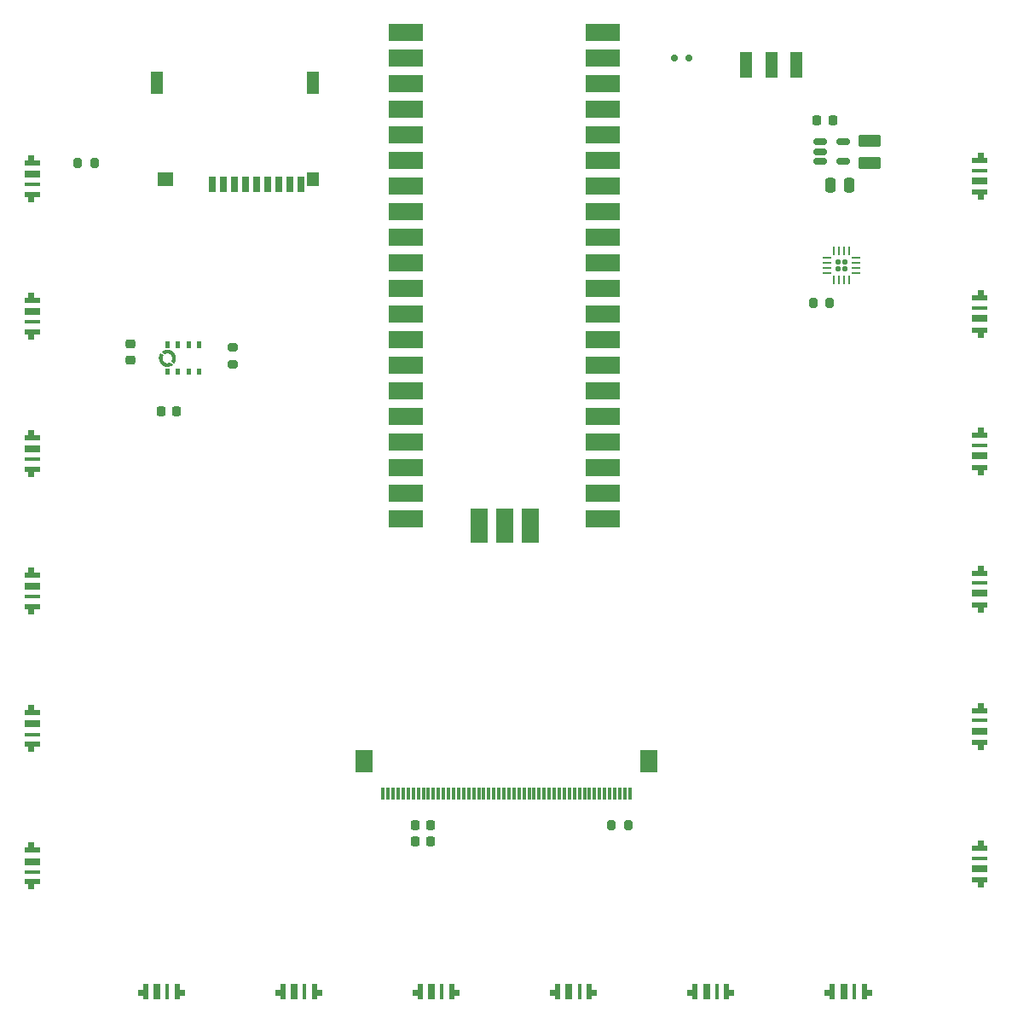
<source format=gbr>
%TF.GenerationSoftware,KiCad,Pcbnew,8.0.3*%
%TF.CreationDate,2024-07-01T01:23:48-06:00*%
%TF.ProjectId,dc32,64633332-2e6b-4696-9361-645f70636258,1.0*%
%TF.SameCoordinates,PX7bb10a0PY836a940*%
%TF.FileFunction,Paste,Top*%
%TF.FilePolarity,Positive*%
%FSLAX46Y46*%
G04 Gerber Fmt 4.6, Leading zero omitted, Abs format (unit mm)*
G04 Created by KiCad (PCBNEW 8.0.3) date 2024-07-01 01:23:48*
%MOMM*%
%LPD*%
G01*
G04 APERTURE LIST*
G04 Aperture macros list*
%AMRoundRect*
0 Rectangle with rounded corners*
0 $1 Rounding radius*
0 $2 $3 $4 $5 $6 $7 $8 $9 X,Y pos of 4 corners*
0 Add a 4 corners polygon primitive as box body*
4,1,4,$2,$3,$4,$5,$6,$7,$8,$9,$2,$3,0*
0 Add four circle primitives for the rounded corners*
1,1,$1+$1,$2,$3*
1,1,$1+$1,$4,$5*
1,1,$1+$1,$6,$7*
1,1,$1+$1,$8,$9*
0 Add four rect primitives between the rounded corners*
20,1,$1+$1,$2,$3,$4,$5,0*
20,1,$1+$1,$4,$5,$6,$7,0*
20,1,$1+$1,$6,$7,$8,$9,0*
20,1,$1+$1,$8,$9,$2,$3,0*%
%AMFreePoly0*
4,1,9,0.275000,-0.800000,-0.275000,-0.800000,-0.275000,-0.400000,-0.725000,-0.400000,-0.725000,0.150000,-0.275000,0.150000,-0.275000,0.800000,0.275000,0.800000,0.275000,-0.800000,0.275000,-0.800000,$1*%
%AMFreePoly1*
4,1,9,0.275000,0.150000,0.725000,0.150000,0.725000,-0.400000,0.275000,-0.400000,0.275000,-0.800000,-0.275000,-0.800000,-0.275000,0.800000,0.275000,0.800000,0.275000,0.150000,0.275000,0.150000,$1*%
G04 Aperture macros list end*
%ADD10C,0.010000*%
%ADD11R,3.500000X1.700000*%
%ADD12R,1.700000X3.500000*%
%ADD13FreePoly0,90.000000*%
%ADD14R,1.600000X0.700000*%
%ADD15R,1.600000X0.450000*%
%ADD16FreePoly1,90.000000*%
%ADD17RoundRect,0.225000X-0.225000X-0.250000X0.225000X-0.250000X0.225000X0.250000X-0.225000X0.250000X0*%
%ADD18R,0.700000X1.600000*%
%ADD19R,1.200000X1.400000*%
%ADD20R,1.200000X2.200000*%
%ADD21R,1.600000X1.400000*%
%ADD22RoundRect,0.150000X0.150000X0.200000X-0.150000X0.200000X-0.150000X-0.200000X0.150000X-0.200000X0*%
%ADD23RoundRect,0.250000X0.250000X0.475000X-0.250000X0.475000X-0.250000X-0.475000X0.250000X-0.475000X0*%
%ADD24FreePoly0,0.000000*%
%ADD25R,0.450000X1.600000*%
%ADD26FreePoly1,0.000000*%
%ADD27R,0.300000X1.300000*%
%ADD28R,1.800000X2.200000*%
%ADD29RoundRect,0.200000X-0.275000X0.200000X-0.275000X-0.200000X0.275000X-0.200000X0.275000X0.200000X0*%
%ADD30FreePoly0,270.000000*%
%ADD31FreePoly1,270.000000*%
%ADD32R,1.250000X2.500000*%
%ADD33RoundRect,0.200000X-0.200000X-0.275000X0.200000X-0.275000X0.200000X0.275000X-0.200000X0.275000X0*%
%ADD34RoundRect,0.250000X-0.850000X0.375000X-0.850000X-0.375000X0.850000X-0.375000X0.850000X0.375000X0*%
%ADD35RoundRect,0.200000X0.200000X0.275000X-0.200000X0.275000X-0.200000X-0.275000X0.200000X-0.275000X0*%
%ADD36RoundRect,0.150000X-0.512500X-0.150000X0.512500X-0.150000X0.512500X0.150000X-0.512500X0.150000X0*%
%ADD37RoundRect,0.125000X-0.125000X-0.125000X0.125000X-0.125000X0.125000X0.125000X-0.125000X0.125000X0*%
%ADD38RoundRect,0.062500X-0.350000X-0.062500X0.350000X-0.062500X0.350000X0.062500X-0.350000X0.062500X0*%
%ADD39RoundRect,0.062500X-0.062500X-0.350000X0.062500X-0.350000X0.062500X0.350000X-0.062500X0.350000X0*%
%ADD40RoundRect,0.225000X0.250000X-0.225000X0.250000X0.225000X-0.250000X0.225000X-0.250000X-0.225000X0*%
G04 APERTURE END LIST*
D10*
%TO.C,U2*%
X16575000Y66925000D02*
X16225000Y66925000D01*
X16225000Y67475000D01*
X16575000Y67475000D01*
X16575000Y66925000D01*
G36*
X16575000Y66925000D02*
G01*
X16225000Y66925000D01*
X16225000Y67475000D01*
X16575000Y67475000D01*
X16575000Y66925000D01*
G37*
X16575000Y64265000D02*
X16225000Y64265000D01*
X16225000Y64815000D01*
X16575000Y64815000D01*
X16575000Y64265000D01*
G36*
X16575000Y64265000D02*
G01*
X16225000Y64265000D01*
X16225000Y64815000D01*
X16575000Y64815000D01*
X16575000Y64265000D01*
G37*
X17625000Y66925000D02*
X17275000Y66925000D01*
X17275000Y67475000D01*
X17625000Y67475000D01*
X17625000Y66925000D01*
G36*
X17625000Y66925000D02*
G01*
X17275000Y66925000D01*
X17275000Y67475000D01*
X17625000Y67475000D01*
X17625000Y66925000D01*
G37*
X17625000Y64265000D02*
X17275000Y64265000D01*
X17275000Y64815000D01*
X17625000Y64815000D01*
X17625000Y64265000D01*
G36*
X17625000Y64265000D02*
G01*
X17275000Y64265000D01*
X17275000Y64815000D01*
X17625000Y64815000D01*
X17625000Y64265000D01*
G37*
X18675000Y66925000D02*
X18325000Y66925000D01*
X18325000Y67475000D01*
X18675000Y67475000D01*
X18675000Y66925000D01*
G36*
X18675000Y66925000D02*
G01*
X18325000Y66925000D01*
X18325000Y67475000D01*
X18675000Y67475000D01*
X18675000Y66925000D01*
G37*
X18675000Y64265000D02*
X18325000Y64265000D01*
X18325000Y64815000D01*
X18675000Y64815000D01*
X18675000Y64265000D01*
G36*
X18675000Y64265000D02*
G01*
X18325000Y64265000D01*
X18325000Y64815000D01*
X18675000Y64815000D01*
X18675000Y64265000D01*
G37*
X19725000Y66925000D02*
X19375000Y66925000D01*
X19375000Y67475000D01*
X19725000Y67475000D01*
X19725000Y66925000D01*
G36*
X19725000Y66925000D02*
G01*
X19375000Y66925000D01*
X19375000Y67475000D01*
X19725000Y67475000D01*
X19725000Y66925000D01*
G37*
X19725000Y64265000D02*
X19375000Y64265000D01*
X19375000Y64815000D01*
X19725000Y64815000D01*
X19725000Y64265000D01*
G36*
X19725000Y64265000D02*
G01*
X19375000Y64265000D01*
X19375000Y64815000D01*
X19725000Y64815000D01*
X19725000Y64265000D01*
G37*
X15955000Y66164000D02*
X15944000Y66147000D01*
X15931000Y66127000D01*
X15920000Y66105000D01*
X15910000Y66084000D01*
X15900000Y66061000D01*
X15892000Y66039000D01*
X15884000Y66016000D01*
X15878000Y65992000D01*
X15873000Y65969000D01*
X15869000Y65945000D01*
X15866000Y65921000D01*
X15864000Y65897000D01*
X15863000Y65872000D01*
X15864000Y65848000D01*
X15865000Y65824000D01*
X15868000Y65800000D01*
X15872000Y65776000D01*
X15877000Y65753000D01*
X15883000Y65729000D01*
X15890000Y65706000D01*
X15898000Y65683000D01*
X15907000Y65661000D01*
X15917000Y65639000D01*
X15929000Y65617000D01*
X15941000Y65597000D01*
X15954000Y65576000D01*
X15968000Y65557000D01*
X15983000Y65538000D01*
X15999000Y65519000D01*
X16019000Y65499000D01*
X16018770Y65498772D01*
X16039000Y65479000D01*
X16058000Y65463000D01*
X16077000Y65448000D01*
X16096000Y65434000D01*
X16117000Y65421000D01*
X16137000Y65409000D01*
X16159000Y65397000D01*
X16181000Y65387000D01*
X16203000Y65378000D01*
X16226000Y65370000D01*
X16249000Y65363000D01*
X16273000Y65357000D01*
X16296000Y65352000D01*
X16320000Y65348000D01*
X16344000Y65345000D01*
X16368000Y65344000D01*
X16392000Y65343000D01*
X16417000Y65344000D01*
X16441000Y65346000D01*
X16465000Y65349000D01*
X16489000Y65353000D01*
X16512000Y65358000D01*
X16536000Y65364000D01*
X16559000Y65372000D01*
X16581000Y65380000D01*
X16604000Y65390000D01*
X16625000Y65400000D01*
X16647000Y65411000D01*
X16667000Y65424000D01*
X16684000Y65435000D01*
X16881000Y65238000D01*
X16851000Y65216000D01*
X16819000Y65194000D01*
X16786000Y65174000D01*
X16752000Y65156000D01*
X16717000Y65139000D01*
X16681000Y65125000D01*
X16645000Y65111000D01*
X16608000Y65100000D01*
X16571000Y65090000D01*
X16533000Y65082000D01*
X16495000Y65076000D01*
X16457000Y65072000D01*
X16418000Y65070000D01*
X16380000Y65070000D01*
X16341000Y65071000D01*
X16303000Y65074000D01*
X16265000Y65079000D01*
X16227000Y65086000D01*
X16189000Y65095000D01*
X16152000Y65106000D01*
X16115000Y65118000D01*
X16080000Y65132000D01*
X16044000Y65148000D01*
X16010000Y65166000D01*
X15977000Y65185000D01*
X15944000Y65206000D01*
X15913000Y65228000D01*
X15882000Y65252000D01*
X15853000Y65277000D01*
X15824000Y65304000D01*
X15797000Y65333000D01*
X15772000Y65362000D01*
X15748000Y65393000D01*
X15726000Y65424000D01*
X15705000Y65457000D01*
X15686000Y65490000D01*
X15668000Y65524000D01*
X15652000Y65560000D01*
X15638000Y65595000D01*
X15626000Y65632000D01*
X15615000Y65669000D01*
X15606000Y65707000D01*
X15599000Y65745000D01*
X15594000Y65783000D01*
X15591000Y65821000D01*
X15590000Y65860000D01*
X15590000Y65898000D01*
X15592000Y65937000D01*
X15596000Y65975000D01*
X15602000Y66013000D01*
X15610000Y66051000D01*
X15620000Y66088000D01*
X15631000Y66125000D01*
X15645000Y66161000D01*
X15659000Y66197000D01*
X15676000Y66232000D01*
X15694000Y66266000D01*
X15714000Y66299000D01*
X15736000Y66331000D01*
X15758000Y66361000D01*
X15955000Y66164000D01*
G36*
X15955000Y66164000D02*
G01*
X15944000Y66147000D01*
X15931000Y66127000D01*
X15920000Y66105000D01*
X15910000Y66084000D01*
X15900000Y66061000D01*
X15892000Y66039000D01*
X15884000Y66016000D01*
X15878000Y65992000D01*
X15873000Y65969000D01*
X15869000Y65945000D01*
X15866000Y65921000D01*
X15864000Y65897000D01*
X15863000Y65872000D01*
X15864000Y65848000D01*
X15865000Y65824000D01*
X15868000Y65800000D01*
X15872000Y65776000D01*
X15877000Y65753000D01*
X15883000Y65729000D01*
X15890000Y65706000D01*
X15898000Y65683000D01*
X15907000Y65661000D01*
X15917000Y65639000D01*
X15929000Y65617000D01*
X15941000Y65597000D01*
X15954000Y65576000D01*
X15968000Y65557000D01*
X15983000Y65538000D01*
X15999000Y65519000D01*
X16019000Y65499000D01*
X16018770Y65498772D01*
X16039000Y65479000D01*
X16058000Y65463000D01*
X16077000Y65448000D01*
X16096000Y65434000D01*
X16117000Y65421000D01*
X16137000Y65409000D01*
X16159000Y65397000D01*
X16181000Y65387000D01*
X16203000Y65378000D01*
X16226000Y65370000D01*
X16249000Y65363000D01*
X16273000Y65357000D01*
X16296000Y65352000D01*
X16320000Y65348000D01*
X16344000Y65345000D01*
X16368000Y65344000D01*
X16392000Y65343000D01*
X16417000Y65344000D01*
X16441000Y65346000D01*
X16465000Y65349000D01*
X16489000Y65353000D01*
X16512000Y65358000D01*
X16536000Y65364000D01*
X16559000Y65372000D01*
X16581000Y65380000D01*
X16604000Y65390000D01*
X16625000Y65400000D01*
X16647000Y65411000D01*
X16667000Y65424000D01*
X16684000Y65435000D01*
X16881000Y65238000D01*
X16851000Y65216000D01*
X16819000Y65194000D01*
X16786000Y65174000D01*
X16752000Y65156000D01*
X16717000Y65139000D01*
X16681000Y65125000D01*
X16645000Y65111000D01*
X16608000Y65100000D01*
X16571000Y65090000D01*
X16533000Y65082000D01*
X16495000Y65076000D01*
X16457000Y65072000D01*
X16418000Y65070000D01*
X16380000Y65070000D01*
X16341000Y65071000D01*
X16303000Y65074000D01*
X16265000Y65079000D01*
X16227000Y65086000D01*
X16189000Y65095000D01*
X16152000Y65106000D01*
X16115000Y65118000D01*
X16080000Y65132000D01*
X16044000Y65148000D01*
X16010000Y65166000D01*
X15977000Y65185000D01*
X15944000Y65206000D01*
X15913000Y65228000D01*
X15882000Y65252000D01*
X15853000Y65277000D01*
X15824000Y65304000D01*
X15797000Y65333000D01*
X15772000Y65362000D01*
X15748000Y65393000D01*
X15726000Y65424000D01*
X15705000Y65457000D01*
X15686000Y65490000D01*
X15668000Y65524000D01*
X15652000Y65560000D01*
X15638000Y65595000D01*
X15626000Y65632000D01*
X15615000Y65669000D01*
X15606000Y65707000D01*
X15599000Y65745000D01*
X15594000Y65783000D01*
X15591000Y65821000D01*
X15590000Y65860000D01*
X15590000Y65898000D01*
X15592000Y65937000D01*
X15596000Y65975000D01*
X15602000Y66013000D01*
X15610000Y66051000D01*
X15620000Y66088000D01*
X15631000Y66125000D01*
X15645000Y66161000D01*
X15659000Y66197000D01*
X15676000Y66232000D01*
X15694000Y66266000D01*
X15714000Y66299000D01*
X15736000Y66331000D01*
X15758000Y66361000D01*
X15955000Y66164000D01*
G37*
X16439000Y66669000D02*
X16477000Y66666000D01*
X16515000Y66661000D01*
X16553000Y66654000D01*
X16591000Y66645000D01*
X16628000Y66634000D01*
X16665000Y66622000D01*
X16700000Y66608000D01*
X16736000Y66592000D01*
X16770000Y66574000D01*
X16803000Y66555000D01*
X16836000Y66534000D01*
X16867000Y66512000D01*
X16898000Y66488000D01*
X16927000Y66463000D01*
X16956000Y66436000D01*
X16983000Y66407000D01*
X17008000Y66378000D01*
X17032000Y66347000D01*
X17054000Y66316000D01*
X17075000Y66283000D01*
X17094000Y66250000D01*
X17112000Y66216000D01*
X17128000Y66180000D01*
X17142000Y66145000D01*
X17154000Y66108000D01*
X17165000Y66071000D01*
X17174000Y66033000D01*
X17181000Y65995000D01*
X17186000Y65957000D01*
X17189000Y65919000D01*
X17190000Y65880000D01*
X17190000Y65842000D01*
X17188000Y65803000D01*
X17184000Y65765000D01*
X17178000Y65727000D01*
X17170000Y65689000D01*
X17160000Y65652000D01*
X17149000Y65615000D01*
X17135000Y65579000D01*
X17121000Y65543000D01*
X17104000Y65508000D01*
X17086000Y65474000D01*
X17066000Y65441000D01*
X17044000Y65409000D01*
X17022000Y65379000D01*
X16825000Y65576000D01*
X16836000Y65593000D01*
X16849000Y65613000D01*
X16860000Y65635000D01*
X16870000Y65656000D01*
X16880000Y65679000D01*
X16888000Y65701000D01*
X16896000Y65724000D01*
X16902000Y65748000D01*
X16907000Y65771000D01*
X16911000Y65795000D01*
X16914000Y65819000D01*
X16916000Y65843000D01*
X16917000Y65868000D01*
X16916000Y65892000D01*
X16915000Y65916000D01*
X16912000Y65940000D01*
X16908000Y65964000D01*
X16903000Y65987000D01*
X16897000Y66011000D01*
X16890000Y66034000D01*
X16882000Y66057000D01*
X16873000Y66079000D01*
X16863000Y66101000D01*
X16851000Y66123000D01*
X16839000Y66143000D01*
X16826000Y66164000D01*
X16812000Y66183000D01*
X16797000Y66202000D01*
X16781000Y66221000D01*
X16761000Y66241000D01*
X16761228Y66241228D01*
X16741000Y66261000D01*
X16722000Y66277000D01*
X16703000Y66292000D01*
X16684000Y66306000D01*
X16663000Y66319000D01*
X16643000Y66331000D01*
X16621000Y66343000D01*
X16599000Y66353000D01*
X16577000Y66362000D01*
X16554000Y66370000D01*
X16531000Y66377000D01*
X16507000Y66383000D01*
X16484000Y66388000D01*
X16460000Y66392000D01*
X16436000Y66395000D01*
X16412000Y66396000D01*
X16388000Y66397000D01*
X16363000Y66396000D01*
X16339000Y66394000D01*
X16315000Y66391000D01*
X16291000Y66387000D01*
X16268000Y66382000D01*
X16244000Y66376000D01*
X16221000Y66368000D01*
X16199000Y66360000D01*
X16176000Y66350000D01*
X16155000Y66340000D01*
X16133000Y66329000D01*
X16113000Y66316000D01*
X16096000Y66305000D01*
X15899000Y66502000D01*
X15929000Y66524000D01*
X15961000Y66546000D01*
X15994000Y66566000D01*
X16028000Y66584000D01*
X16063000Y66601000D01*
X16099000Y66615000D01*
X16135000Y66629000D01*
X16172000Y66640000D01*
X16209000Y66650000D01*
X16247000Y66658000D01*
X16285000Y66664000D01*
X16323000Y66668000D01*
X16362000Y66670000D01*
X16400000Y66670000D01*
X16439000Y66669000D01*
G36*
X16439000Y66669000D02*
G01*
X16477000Y66666000D01*
X16515000Y66661000D01*
X16553000Y66654000D01*
X16591000Y66645000D01*
X16628000Y66634000D01*
X16665000Y66622000D01*
X16700000Y66608000D01*
X16736000Y66592000D01*
X16770000Y66574000D01*
X16803000Y66555000D01*
X16836000Y66534000D01*
X16867000Y66512000D01*
X16898000Y66488000D01*
X16927000Y66463000D01*
X16956000Y66436000D01*
X16983000Y66407000D01*
X17008000Y66378000D01*
X17032000Y66347000D01*
X17054000Y66316000D01*
X17075000Y66283000D01*
X17094000Y66250000D01*
X17112000Y66216000D01*
X17128000Y66180000D01*
X17142000Y66145000D01*
X17154000Y66108000D01*
X17165000Y66071000D01*
X17174000Y66033000D01*
X17181000Y65995000D01*
X17186000Y65957000D01*
X17189000Y65919000D01*
X17190000Y65880000D01*
X17190000Y65842000D01*
X17188000Y65803000D01*
X17184000Y65765000D01*
X17178000Y65727000D01*
X17170000Y65689000D01*
X17160000Y65652000D01*
X17149000Y65615000D01*
X17135000Y65579000D01*
X17121000Y65543000D01*
X17104000Y65508000D01*
X17086000Y65474000D01*
X17066000Y65441000D01*
X17044000Y65409000D01*
X17022000Y65379000D01*
X16825000Y65576000D01*
X16836000Y65593000D01*
X16849000Y65613000D01*
X16860000Y65635000D01*
X16870000Y65656000D01*
X16880000Y65679000D01*
X16888000Y65701000D01*
X16896000Y65724000D01*
X16902000Y65748000D01*
X16907000Y65771000D01*
X16911000Y65795000D01*
X16914000Y65819000D01*
X16916000Y65843000D01*
X16917000Y65868000D01*
X16916000Y65892000D01*
X16915000Y65916000D01*
X16912000Y65940000D01*
X16908000Y65964000D01*
X16903000Y65987000D01*
X16897000Y66011000D01*
X16890000Y66034000D01*
X16882000Y66057000D01*
X16873000Y66079000D01*
X16863000Y66101000D01*
X16851000Y66123000D01*
X16839000Y66143000D01*
X16826000Y66164000D01*
X16812000Y66183000D01*
X16797000Y66202000D01*
X16781000Y66221000D01*
X16761000Y66241000D01*
X16761228Y66241228D01*
X16741000Y66261000D01*
X16722000Y66277000D01*
X16703000Y66292000D01*
X16684000Y66306000D01*
X16663000Y66319000D01*
X16643000Y66331000D01*
X16621000Y66343000D01*
X16599000Y66353000D01*
X16577000Y66362000D01*
X16554000Y66370000D01*
X16531000Y66377000D01*
X16507000Y66383000D01*
X16484000Y66388000D01*
X16460000Y66392000D01*
X16436000Y66395000D01*
X16412000Y66396000D01*
X16388000Y66397000D01*
X16363000Y66396000D01*
X16339000Y66394000D01*
X16315000Y66391000D01*
X16291000Y66387000D01*
X16268000Y66382000D01*
X16244000Y66376000D01*
X16221000Y66368000D01*
X16199000Y66360000D01*
X16176000Y66350000D01*
X16155000Y66340000D01*
X16133000Y66329000D01*
X16113000Y66316000D01*
X16096000Y66305000D01*
X15899000Y66502000D01*
X15929000Y66524000D01*
X15961000Y66546000D01*
X15994000Y66566000D01*
X16028000Y66584000D01*
X16063000Y66601000D01*
X16099000Y66615000D01*
X16135000Y66629000D01*
X16172000Y66640000D01*
X16209000Y66650000D01*
X16247000Y66658000D01*
X16285000Y66664000D01*
X16323000Y66668000D01*
X16362000Y66670000D01*
X16400000Y66670000D01*
X16439000Y66669000D01*
G37*
%TD*%
D11*
%TO.C,U3*%
X40120000Y98160000D03*
X40120000Y95620000D03*
X40120000Y93080000D03*
X40120000Y90540000D03*
X40120000Y88000000D03*
X40120000Y85460000D03*
X40120000Y82920000D03*
X40120000Y80380000D03*
X40120000Y77840000D03*
X40120000Y75300000D03*
X40120000Y72760000D03*
X40120000Y70220000D03*
X40120000Y67680000D03*
X40120000Y65140000D03*
X40120000Y62600000D03*
X40120000Y60060000D03*
X40120000Y57520000D03*
X40120000Y54980000D03*
X40120000Y52440000D03*
X40120000Y49900000D03*
X59700000Y49900000D03*
X59700000Y52440000D03*
X59700000Y54980000D03*
X59700000Y57520000D03*
X59700000Y60060000D03*
X59700000Y62600000D03*
X59700000Y65140000D03*
X59700000Y67680000D03*
X59700000Y70220000D03*
X59700000Y72760000D03*
X59700000Y75300000D03*
X59700000Y77840000D03*
X59700000Y80380000D03*
X59700000Y82920000D03*
X59700000Y85460000D03*
X59700000Y88000000D03*
X59700000Y90540000D03*
X59700000Y93080000D03*
X59700000Y95620000D03*
X59700000Y98160000D03*
D12*
X47370000Y49230000D03*
X49910000Y49230000D03*
X52450000Y49230000D03*
%TD*%
D13*
%TO.C,D15*%
X97100000Y41375000D03*
D14*
X97100000Y42500000D03*
D15*
X97100000Y43525000D03*
D16*
X97100000Y44525000D03*
%TD*%
D17*
%TO.C,C5*%
X15800000Y60540000D03*
X17350000Y60540000D03*
%TD*%
D18*
%TO.C,J1*%
X20900000Y83100000D03*
X22000000Y83100000D03*
X23100000Y83100000D03*
X24200000Y83100000D03*
X25300000Y83100000D03*
X26400000Y83100000D03*
X27500000Y83100000D03*
X28600000Y83100000D03*
X29700000Y83100000D03*
D19*
X30850000Y83600000D03*
D20*
X30850000Y93200000D03*
D21*
X16250000Y83600000D03*
D20*
X15350000Y93200000D03*
%TD*%
D13*
%TO.C,D17*%
X97100000Y68655000D03*
D14*
X97100000Y69780000D03*
D15*
X97100000Y70805000D03*
D16*
X97100000Y71805000D03*
%TD*%
D22*
%TO.C,D19*%
X66800000Y95600000D03*
X68200000Y95600000D03*
%TD*%
D23*
%TO.C,C1*%
X84150000Y83000000D03*
X82250000Y83000000D03*
%TD*%
D13*
%TO.C,D16*%
X97100000Y55015000D03*
D14*
X97100000Y56140000D03*
D15*
X97100000Y57165000D03*
D16*
X97100000Y58165000D03*
%TD*%
D13*
%TO.C,D18*%
X97100000Y82295000D03*
D14*
X97100000Y83420000D03*
D15*
X97100000Y84445000D03*
D16*
X97100000Y85445000D03*
%TD*%
D24*
%TO.C,D7*%
X14270000Y3000000D03*
D18*
X15395000Y3000000D03*
D25*
X16420000Y3000000D03*
D26*
X17420000Y3000000D03*
%TD*%
D27*
%TO.C,J2*%
X62350000Y22600000D03*
X61850000Y22600000D03*
X61350000Y22600000D03*
X60850000Y22600000D03*
X60350000Y22600000D03*
X59850000Y22600000D03*
X59350000Y22600000D03*
X58850000Y22600000D03*
X58350000Y22600000D03*
X57850000Y22600000D03*
X57350000Y22600000D03*
X56850000Y22600000D03*
X56350000Y22600000D03*
X55850000Y22600000D03*
X55350000Y22600000D03*
X54850000Y22600000D03*
X54350000Y22600000D03*
X53850000Y22600000D03*
X53350000Y22600000D03*
X52850000Y22600000D03*
X52350000Y22600000D03*
X51850000Y22600000D03*
X51350000Y22600000D03*
X50850000Y22600000D03*
X50350000Y22600000D03*
X49850000Y22600000D03*
X49350000Y22600000D03*
X48850000Y22600000D03*
X48350000Y22600000D03*
X47850000Y22600000D03*
X47350000Y22600000D03*
X46850000Y22600000D03*
X46350000Y22600000D03*
X45850000Y22600000D03*
X45350000Y22600000D03*
X44850000Y22600000D03*
X44350000Y22600000D03*
X43850000Y22600000D03*
X43350000Y22600000D03*
X42850000Y22600000D03*
X42350000Y22600000D03*
X41850000Y22600000D03*
X41350000Y22600000D03*
X40850000Y22600000D03*
X40350000Y22600000D03*
X39850000Y22600000D03*
X39350000Y22600000D03*
X38850000Y22600000D03*
X38350000Y22600000D03*
X37850000Y22600000D03*
D28*
X64250000Y25850000D03*
X35950000Y25850000D03*
%TD*%
D29*
%TO.C,R3*%
X22950000Y66890000D03*
X22950000Y65240000D03*
%TD*%
D30*
%TO.C,D6*%
X3000000Y17030000D03*
D14*
X3000000Y15905000D03*
D15*
X3000000Y14880000D03*
D31*
X3000000Y13880000D03*
%TD*%
D30*
%TO.C,D3*%
X3000000Y57950000D03*
D14*
X3000000Y56825000D03*
D15*
X3000000Y55800000D03*
D31*
X3000000Y54800000D03*
%TD*%
D24*
%TO.C,D11*%
X68830000Y3000000D03*
D18*
X69955000Y3000000D03*
D25*
X70980000Y3000000D03*
D26*
X71980000Y3000000D03*
%TD*%
D32*
%TO.C,SW1*%
X78900000Y94950000D03*
X76400000Y94950000D03*
X73900000Y94950000D03*
%TD*%
D30*
%TO.C,D4*%
X3000000Y44310000D03*
D14*
X3000000Y43185000D03*
D15*
X3000000Y42160000D03*
D31*
X3000000Y41160000D03*
%TD*%
D33*
%TO.C,R2*%
X60550000Y19500000D03*
X62200000Y19500000D03*
%TD*%
D24*
%TO.C,D10*%
X55190000Y3000000D03*
D18*
X56315000Y3000000D03*
D25*
X57340000Y3000000D03*
D26*
X58340000Y3000000D03*
%TD*%
D34*
%TO.C,L1*%
X86200000Y87400000D03*
X86200000Y85250000D03*
%TD*%
D24*
%TO.C,D12*%
X82470000Y3000000D03*
D18*
X83595000Y3000000D03*
D25*
X84620000Y3000000D03*
D26*
X85620000Y3000000D03*
%TD*%
D17*
%TO.C,C4*%
X41050000Y19500000D03*
X42600000Y19500000D03*
%TD*%
%TO.C,C2*%
X80950000Y89400000D03*
X82500000Y89400000D03*
%TD*%
D24*
%TO.C,D9*%
X41550000Y3000000D03*
D18*
X42675000Y3000000D03*
D25*
X43700000Y3000000D03*
D26*
X44700000Y3000000D03*
%TD*%
D13*
%TO.C,D14*%
X97100000Y27735000D03*
D14*
X97100000Y28860000D03*
D15*
X97100000Y29885000D03*
D16*
X97100000Y30885000D03*
%TD*%
D30*
%TO.C,D1*%
X3000000Y85230000D03*
D14*
X3000000Y84105000D03*
D15*
X3000000Y83080000D03*
D31*
X3000000Y82080000D03*
%TD*%
D35*
%TO.C,R4*%
X82212500Y71312500D03*
X80562500Y71312500D03*
%TD*%
D36*
%TO.C,U1*%
X81225000Y87300000D03*
X81225000Y86350000D03*
X81225000Y85400000D03*
X83500000Y85400000D03*
X83500000Y87300000D03*
%TD*%
D13*
%TO.C,D13*%
X97100000Y14095000D03*
D14*
X97100000Y15220000D03*
D15*
X97100000Y16245000D03*
D16*
X97100000Y17245000D03*
%TD*%
D37*
%TO.C,U4*%
X83052500Y75360000D03*
X83052500Y74740000D03*
X83672500Y75360000D03*
X83672500Y74740000D03*
D38*
X81925000Y75800000D03*
X81925000Y75300000D03*
X81925000Y74800000D03*
X81925000Y74300000D03*
D39*
X82612500Y73612500D03*
X83112500Y73612500D03*
X83612500Y73612500D03*
X84112500Y73612500D03*
D38*
X84800000Y74300000D03*
X84800000Y74800000D03*
X84800000Y75300000D03*
X84800000Y75800000D03*
D39*
X84112500Y76487500D03*
X83612500Y76487500D03*
X83112500Y76487500D03*
X82612500Y76487500D03*
%TD*%
D17*
%TO.C,C6*%
X41050000Y17900000D03*
X42600000Y17900000D03*
%TD*%
D30*
%TO.C,D2*%
X3000000Y71590000D03*
D14*
X3000000Y70465000D03*
D15*
X3000000Y69440000D03*
D31*
X3000000Y68440000D03*
%TD*%
D40*
%TO.C,C3*%
X12750000Y65690000D03*
X12750000Y67240000D03*
%TD*%
D33*
%TO.C,R1*%
X7550000Y85200000D03*
X9200000Y85200000D03*
%TD*%
D30*
%TO.C,D5*%
X3000000Y30670000D03*
D14*
X3000000Y29545000D03*
D15*
X3000000Y28520000D03*
D31*
X3000000Y27520000D03*
%TD*%
D24*
%TO.C,D8*%
X27910000Y3000000D03*
D18*
X29035000Y3000000D03*
D25*
X30060000Y3000000D03*
D26*
X31060000Y3000000D03*
%TD*%
M02*

</source>
